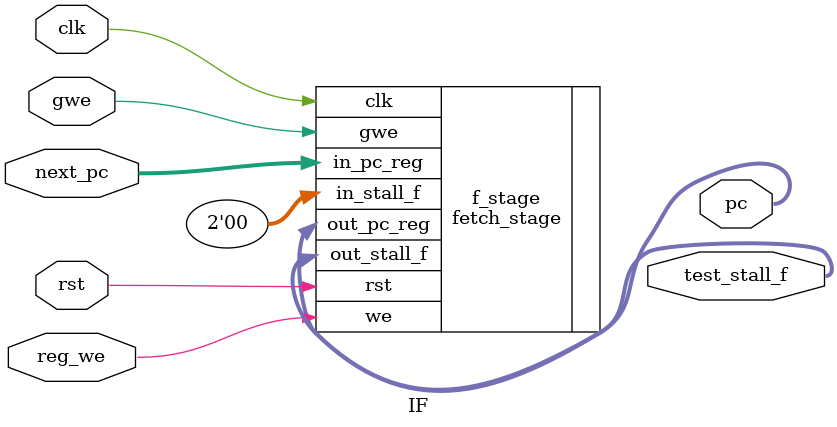
<source format=sv>
`include "IF_stage.v"


`timescale 1ns / 1ps

`default_nettype none
module IF(
  input wire reg_we, gwe, rst, clk,
  input wire [15:0] next_pc, 
  output wire [15:0] pc, 
  output wire [1:0] test_stall_f
);

  fetch_stage #(
    .width_pc_reg(16),
    .rst_pc_reg(16'h8200),
    .width_stall_f(2),
    .rst_stall_f(2'd0)
  )f_stage (
    .we(reg_we),
    .gwe(gwe),
    .rst(rst),
    .clk(clk),
    .in_pc_reg(next_pc),
    .out_pc_reg(pc),
    .in_stall_f(2'd0),
    .out_stall_f(test_stall_f)
  );

endmodule

</source>
